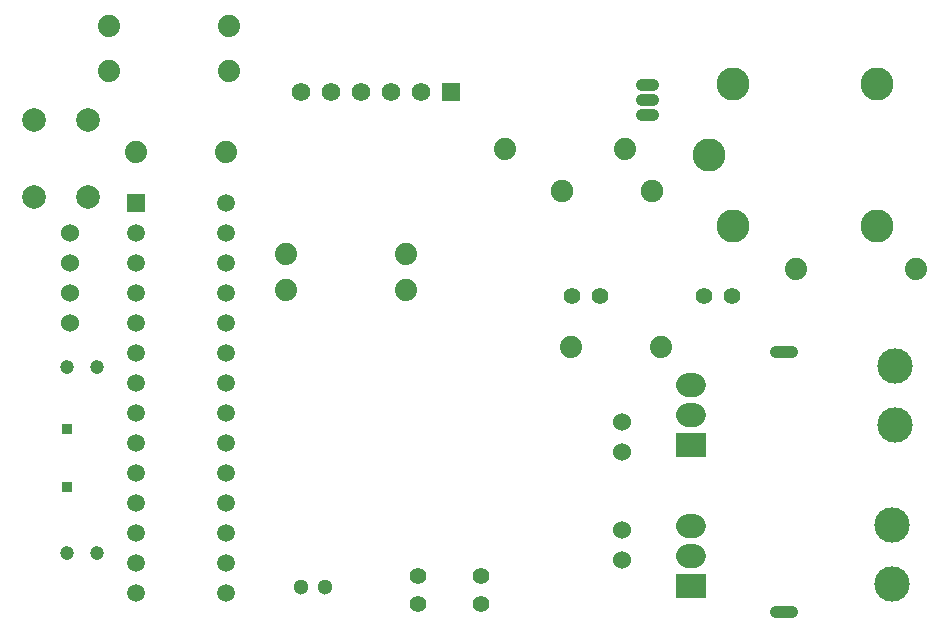
<source format=gtl>
G04 ---------------------------- Layer name :TOP LAYER*
G04 EasyEDA v5.8.20, Sat, 24 Nov 2018 05:51:01 GMT*
G04 e67e47d913b1430cad7dbea7a16fc948*
G04 Gerber Generator version 0.2*
G04 Scale: 100 percent, Rotated: No, Reflected: No *
G04 Dimensions in inches *
G04 leading zeros omitted , absolute positions ,2 integer and 4 decimal *
%FSLAX24Y24*%
%MOIN*%
G90*
G70D02*

%ADD11C,0.059055*%
%ADD12R,0.059055X0.059055*%
%ADD13R,0.098425X0.078740*%
%ADD14C,0.074000*%
%ADD15R,0.035700X0.035700*%
%ADD16C,0.047000*%
%ADD17C,0.075000*%
%ADD18C,0.110000*%
%ADD19C,0.118110*%
%ADD20C,0.055120*%
%ADD21C,0.060000*%
%ADD22C,0.051181*%
%ADD23C,0.062000*%
%ADD24R,0.062000X0.062000*%
%ADD25C,0.078740*%
%ADD26C,0.039370*%

%LPD*%
G54D11*
G01X7200Y2800D03*
G01X7200Y3800D03*
G01X7200Y4800D03*
G01X7200Y5800D03*
G01X7200Y6800D03*
G01X7200Y7800D03*
G01X7200Y8800D03*
G01X7200Y9800D03*
G01X7200Y10800D03*
G01X7200Y11800D03*
G01X7200Y12800D03*
G01X7200Y13800D03*
G01X7200Y14800D03*
G01X7200Y15800D03*
G01X4200Y2800D03*
G01X4200Y3800D03*
G01X4200Y4800D03*
G01X4200Y5800D03*
G01X4200Y6800D03*
G01X4200Y7800D03*
G01X4200Y8800D03*
G01X4200Y9800D03*
G01X4200Y10800D03*
G01X4200Y11800D03*
G01X4200Y12800D03*
G01X4200Y13800D03*
G01X4200Y14800D03*
G54D12*
G01X4200Y15800D03*
G54D13*
G01X22700Y7750D03*
G01X22700Y3050D03*
G54D14*
G01X4200Y17500D03*
G01X7200Y17500D03*
G54D15*
G01X1900Y8259D03*
G01X1900Y6339D03*
G54D16*
G01X2909Y10330D03*
G01X1909Y10330D03*
G01X2909Y4130D03*
G01X1909Y4130D03*
G54D14*
G01X16500Y17600D03*
G01X20500Y17600D03*
G54D17*
G01X21400Y16200D03*
G01X18400Y16200D03*
G54D18*
G01X28890Y15038D03*
G01X23300Y17400D03*
G01X24086Y19761D03*
G01X24086Y15038D03*
G01X28890Y19761D03*
G54D19*
G01X29500Y8400D03*
G01X29500Y10367D03*
G54D20*
G01X18727Y12700D03*
G01X19672Y12700D03*
G54D14*
G01X18700Y11000D03*
G01X21700Y11000D03*
G54D21*
G01X20400Y4900D03*
G01X20400Y3900D03*
G01X20400Y8500D03*
G01X20400Y7500D03*
G54D20*
G01X24072Y12700D03*
G01X23127Y12700D03*
G54D14*
G01X26200Y13600D03*
G01X30200Y13600D03*
G54D22*
G01X9706Y3000D03*
G01X10493Y3000D03*
G54D23*
G01X9700Y19500D03*
G01X10700Y19500D03*
G01X11700Y19500D03*
G01X12700Y19500D03*
G01X13700Y19500D03*
G54D24*
G01X14700Y19500D03*
G54D14*
G01X7300Y20200D03*
G01X3300Y20200D03*
G54D21*
G01X2000Y14800D03*
G01X2000Y13800D03*
G01X2000Y12800D03*
G01X2000Y11800D03*
G54D19*
G01X29400Y3100D03*
G01X29400Y5067D03*
G54D20*
G01X13600Y3373D03*
G01X13600Y2426D03*
G01X15700Y3373D03*
G01X15700Y2426D03*
G54D14*
G01X9200Y14100D03*
G01X13200Y14100D03*
G01X9200Y12900D03*
G01X13200Y12900D03*
G01X3300Y21700D03*
G01X7300Y21700D03*
G54D25*
G01X814Y18579D03*
G01X814Y16020D03*
G01X2585Y16020D03*
G01X2585Y18579D03*
G01X22602Y9750D02*
G01X22797Y9750D01*
G01X22602Y8750D02*
G01X22797Y8750D01*
G01X22602Y5050D02*
G01X22797Y5050D01*
G01X22602Y4050D02*
G01X22797Y4050D01*
G54D26*
G01X21052Y18750D02*
G01X21447Y18750D01*
G01X21052Y19250D02*
G01X21447Y19250D01*
G01X21052Y19750D02*
G01X21447Y19750D01*
G01X25525Y10827D02*
G01X26076Y10827D01*
G01X25523Y2172D02*
G01X26074Y2172D01*
M00*
M02*

</source>
